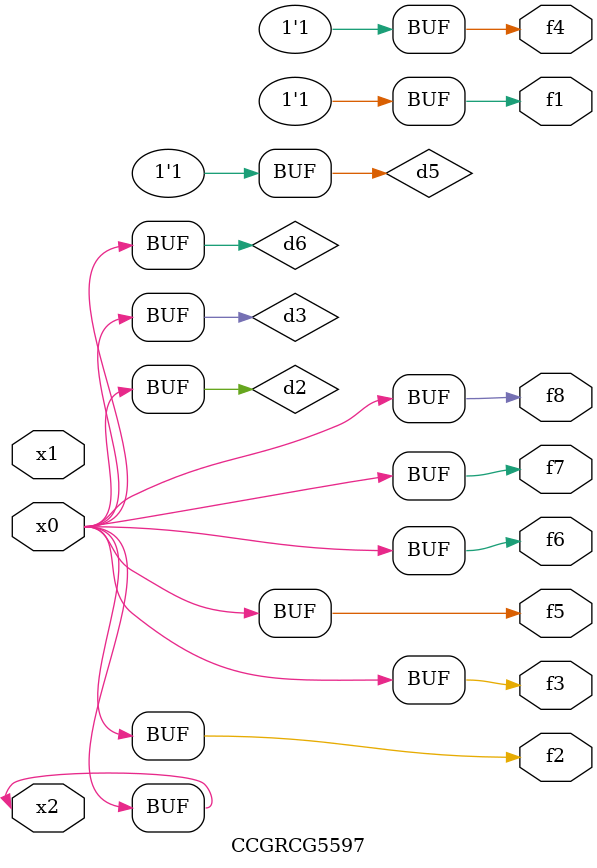
<source format=v>
module CCGRCG5597(
	input x0, x1, x2,
	output f1, f2, f3, f4, f5, f6, f7, f8
);

	wire d1, d2, d3, d4, d5, d6;

	xnor (d1, x2);
	buf (d2, x0, x2);
	and (d3, x0);
	xnor (d4, x1, x2);
	nand (d5, d1, d3);
	buf (d6, d2, d3);
	assign f1 = d5;
	assign f2 = d6;
	assign f3 = d6;
	assign f4 = d5;
	assign f5 = d6;
	assign f6 = d6;
	assign f7 = d6;
	assign f8 = d6;
endmodule

</source>
